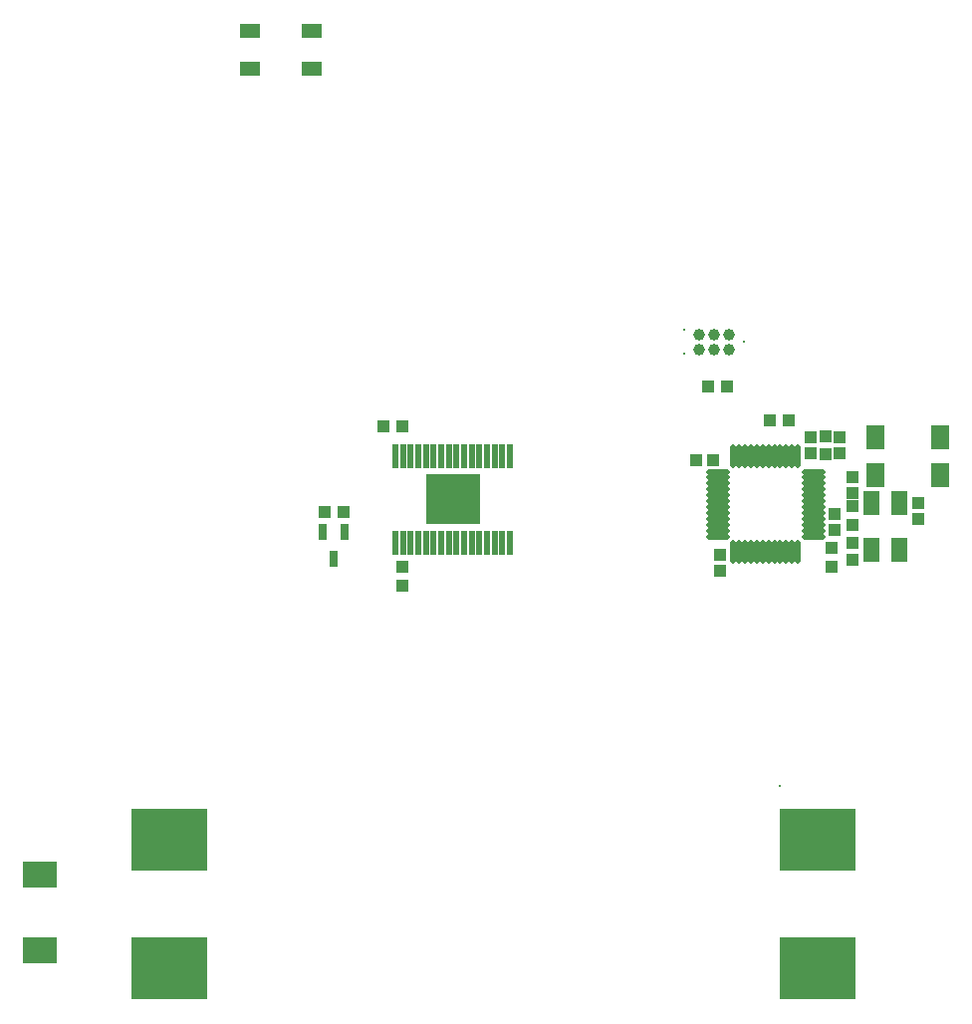
<source format=gbr>
G04*
G04 #@! TF.GenerationSoftware,Altium Limited,Altium Designer,20.2.6 (244)*
G04*
G04 Layer_Color=16711935*
%FSLAX44Y44*%
%MOMM*%
G71*
G04*
G04 #@! TF.SameCoordinates,0F27BA18-1C3A-4387-AE1D-EB8F93CB1518*
G04*
G04*
G04 #@! TF.FilePolarity,Negative*
G04*
G01*
G75*
%ADD12C,0.2032*%
%ADD13R,0.2032X0.2032*%
%ADD34C,0.9902*%
%ADD35R,6.5532X5.2832*%
%ADD36R,1.1032X1.0032*%
%ADD37R,1.0032X1.0032*%
%ADD38R,1.0032X1.0032*%
%ADD39R,0.5032X2.0032*%
%ADD40R,4.5632X4.3132*%
%ADD41O,2.0032X0.5032*%
%ADD42O,0.5032X2.0032*%
%ADD43R,1.0032X1.1032*%
%ADD44R,2.9032X2.3032*%
%ADD45R,1.4032X2.0032*%
%ADD46R,1.5032X2.1032*%
%ADD47R,1.7532X1.2032*%
%ADD48R,0.8032X1.3532*%
D12*
X2395780Y1823730D02*
D03*
X2395780Y1844050D02*
D03*
X2446580Y1833890D02*
D03*
D13*
X2477510Y1456540D02*
D03*
D34*
X2433880Y1840240D02*
D03*
X2408180Y1839890D02*
D03*
X2408480Y1827540D02*
D03*
X2421180Y1840240D02*
D03*
Y1827540D02*
D03*
X2433880D02*
D03*
D35*
X2509260Y1410340D02*
D03*
Y1301240D02*
D03*
X1957860D02*
D03*
Y1410340D02*
D03*
D36*
X2539000Y1663000D02*
D03*
Y1649000D02*
D03*
Y1719000D02*
D03*
Y1705000D02*
D03*
X2528000Y1753000D02*
D03*
Y1739000D02*
D03*
X2524000Y1688000D02*
D03*
Y1674000D02*
D03*
X2503000Y1753000D02*
D03*
Y1739000D02*
D03*
X2426000Y1639000D02*
D03*
Y1653000D02*
D03*
X2595000Y1683000D02*
D03*
Y1697000D02*
D03*
D37*
X2539000Y1678000D02*
D03*
Y1694000D02*
D03*
X2156000Y1627000D02*
D03*
Y1643000D02*
D03*
X2516000Y1754000D02*
D03*
Y1738000D02*
D03*
X2521000Y1659000D02*
D03*
Y1643000D02*
D03*
D38*
X2485000Y1767000D02*
D03*
X2469000D02*
D03*
X2432000Y1796000D02*
D03*
X2416000D02*
D03*
X2156000Y1761931D02*
D03*
X2140000D02*
D03*
X2090000Y1689543D02*
D03*
X2106000D02*
D03*
D39*
X2150250Y1737000D02*
D03*
X2156750D02*
D03*
X2163250D02*
D03*
X2169750D02*
D03*
X2176250D02*
D03*
X2182750D02*
D03*
X2189250D02*
D03*
X2195750D02*
D03*
X2202250D02*
D03*
X2208750D02*
D03*
X2215250D02*
D03*
X2221750D02*
D03*
X2228250D02*
D03*
X2234750D02*
D03*
X2241250D02*
D03*
X2247750D02*
D03*
Y1663000D02*
D03*
X2241250D02*
D03*
X2234750D02*
D03*
X2228250D02*
D03*
X2221750D02*
D03*
X2215250D02*
D03*
X2208750D02*
D03*
X2202250D02*
D03*
X2195750D02*
D03*
X2189250D02*
D03*
X2182750D02*
D03*
X2176250D02*
D03*
X2169750D02*
D03*
X2163250D02*
D03*
X2156750D02*
D03*
X2150250D02*
D03*
D40*
X2199000Y1700000D02*
D03*
D41*
X2505500Y1723500D02*
D03*
Y1718500D02*
D03*
Y1713500D02*
D03*
Y1708500D02*
D03*
Y1703500D02*
D03*
Y1698500D02*
D03*
Y1693500D02*
D03*
Y1688500D02*
D03*
Y1683500D02*
D03*
Y1678500D02*
D03*
Y1673500D02*
D03*
Y1668500D02*
D03*
X2424500D02*
D03*
Y1673500D02*
D03*
Y1678500D02*
D03*
Y1683500D02*
D03*
Y1688500D02*
D03*
Y1693500D02*
D03*
Y1698500D02*
D03*
Y1703500D02*
D03*
Y1708500D02*
D03*
Y1713500D02*
D03*
Y1718500D02*
D03*
Y1723500D02*
D03*
D42*
X2492500Y1655500D02*
D03*
X2487500D02*
D03*
X2482500D02*
D03*
X2477500D02*
D03*
X2472500D02*
D03*
X2467500D02*
D03*
X2462500D02*
D03*
X2457500D02*
D03*
X2452500D02*
D03*
X2447500D02*
D03*
X2442500D02*
D03*
X2437500D02*
D03*
Y1736500D02*
D03*
X2442500D02*
D03*
X2447500D02*
D03*
X2452500D02*
D03*
X2457500D02*
D03*
X2462500D02*
D03*
X2467500D02*
D03*
X2472500D02*
D03*
X2477500D02*
D03*
X2482500D02*
D03*
X2487500D02*
D03*
X2492500D02*
D03*
D43*
X2406000Y1733000D02*
D03*
X2420000D02*
D03*
D44*
X1848360Y1380880D02*
D03*
Y1316880D02*
D03*
D45*
X2579000Y1657000D02*
D03*
Y1697000D02*
D03*
X2555000D02*
D03*
Y1657000D02*
D03*
D46*
X2558500Y1753000D02*
D03*
X2613500D02*
D03*
Y1721000D02*
D03*
X2558500D02*
D03*
D47*
X2079250Y2098000D02*
D03*
X2026750D02*
D03*
Y2066000D02*
D03*
X2079250D02*
D03*
D48*
X2098000Y1649750D02*
D03*
X2107500Y1672250D02*
D03*
X2088500D02*
D03*
M02*

</source>
